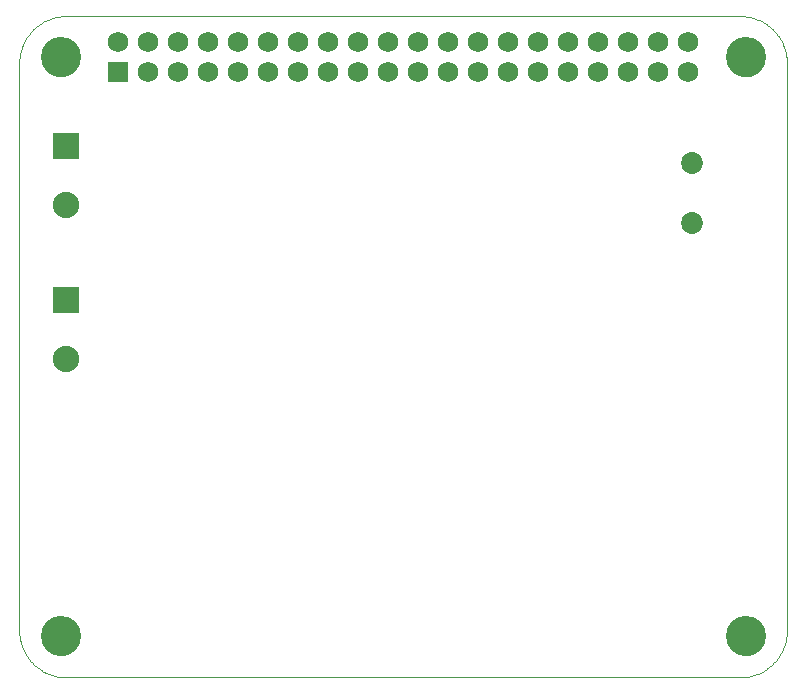
<source format=gbs>
G75*
%MOIN*%
%OFA0B0*%
%FSLAX25Y25*%
%IPPOS*%
%LPD*%
%AMOC8*
5,1,8,0,0,1.08239X$1,22.5*
%
%ADD10C,0.00000*%
%ADD11R,0.08800X0.08800*%
%ADD12C,0.08800*%
%ADD13R,0.06800X0.06800*%
%ADD14C,0.06800*%
%ADD15C,0.13398*%
%ADD16C,0.07300*%
D10*
X0020748Y0005000D02*
X0245157Y0005000D01*
X0240827Y0018780D02*
X0240829Y0018938D01*
X0240835Y0019096D01*
X0240845Y0019254D01*
X0240859Y0019412D01*
X0240877Y0019569D01*
X0240898Y0019726D01*
X0240924Y0019882D01*
X0240954Y0020038D01*
X0240987Y0020193D01*
X0241025Y0020346D01*
X0241066Y0020499D01*
X0241111Y0020651D01*
X0241160Y0020802D01*
X0241213Y0020951D01*
X0241269Y0021099D01*
X0241329Y0021245D01*
X0241393Y0021390D01*
X0241461Y0021533D01*
X0241532Y0021675D01*
X0241606Y0021815D01*
X0241684Y0021952D01*
X0241766Y0022088D01*
X0241850Y0022222D01*
X0241939Y0022353D01*
X0242030Y0022482D01*
X0242125Y0022609D01*
X0242222Y0022734D01*
X0242323Y0022856D01*
X0242427Y0022975D01*
X0242534Y0023092D01*
X0242644Y0023206D01*
X0242757Y0023317D01*
X0242872Y0023426D01*
X0242990Y0023531D01*
X0243111Y0023633D01*
X0243234Y0023733D01*
X0243360Y0023829D01*
X0243488Y0023922D01*
X0243618Y0024012D01*
X0243751Y0024098D01*
X0243886Y0024182D01*
X0244022Y0024261D01*
X0244161Y0024338D01*
X0244302Y0024410D01*
X0244444Y0024480D01*
X0244588Y0024545D01*
X0244734Y0024607D01*
X0244881Y0024665D01*
X0245030Y0024720D01*
X0245180Y0024771D01*
X0245331Y0024818D01*
X0245483Y0024861D01*
X0245636Y0024900D01*
X0245791Y0024936D01*
X0245946Y0024967D01*
X0246102Y0024995D01*
X0246258Y0025019D01*
X0246415Y0025039D01*
X0246573Y0025055D01*
X0246730Y0025067D01*
X0246889Y0025075D01*
X0247047Y0025079D01*
X0247205Y0025079D01*
X0247363Y0025075D01*
X0247522Y0025067D01*
X0247679Y0025055D01*
X0247837Y0025039D01*
X0247994Y0025019D01*
X0248150Y0024995D01*
X0248306Y0024967D01*
X0248461Y0024936D01*
X0248616Y0024900D01*
X0248769Y0024861D01*
X0248921Y0024818D01*
X0249072Y0024771D01*
X0249222Y0024720D01*
X0249371Y0024665D01*
X0249518Y0024607D01*
X0249664Y0024545D01*
X0249808Y0024480D01*
X0249950Y0024410D01*
X0250091Y0024338D01*
X0250230Y0024261D01*
X0250366Y0024182D01*
X0250501Y0024098D01*
X0250634Y0024012D01*
X0250764Y0023922D01*
X0250892Y0023829D01*
X0251018Y0023733D01*
X0251141Y0023633D01*
X0251262Y0023531D01*
X0251380Y0023426D01*
X0251495Y0023317D01*
X0251608Y0023206D01*
X0251718Y0023092D01*
X0251825Y0022975D01*
X0251929Y0022856D01*
X0252030Y0022734D01*
X0252127Y0022609D01*
X0252222Y0022482D01*
X0252313Y0022353D01*
X0252402Y0022222D01*
X0252486Y0022088D01*
X0252568Y0021952D01*
X0252646Y0021815D01*
X0252720Y0021675D01*
X0252791Y0021533D01*
X0252859Y0021390D01*
X0252923Y0021245D01*
X0252983Y0021099D01*
X0253039Y0020951D01*
X0253092Y0020802D01*
X0253141Y0020651D01*
X0253186Y0020499D01*
X0253227Y0020346D01*
X0253265Y0020193D01*
X0253298Y0020038D01*
X0253328Y0019882D01*
X0253354Y0019726D01*
X0253375Y0019569D01*
X0253393Y0019412D01*
X0253407Y0019254D01*
X0253417Y0019096D01*
X0253423Y0018938D01*
X0253425Y0018780D01*
X0253423Y0018622D01*
X0253417Y0018464D01*
X0253407Y0018306D01*
X0253393Y0018148D01*
X0253375Y0017991D01*
X0253354Y0017834D01*
X0253328Y0017678D01*
X0253298Y0017522D01*
X0253265Y0017367D01*
X0253227Y0017214D01*
X0253186Y0017061D01*
X0253141Y0016909D01*
X0253092Y0016758D01*
X0253039Y0016609D01*
X0252983Y0016461D01*
X0252923Y0016315D01*
X0252859Y0016170D01*
X0252791Y0016027D01*
X0252720Y0015885D01*
X0252646Y0015745D01*
X0252568Y0015608D01*
X0252486Y0015472D01*
X0252402Y0015338D01*
X0252313Y0015207D01*
X0252222Y0015078D01*
X0252127Y0014951D01*
X0252030Y0014826D01*
X0251929Y0014704D01*
X0251825Y0014585D01*
X0251718Y0014468D01*
X0251608Y0014354D01*
X0251495Y0014243D01*
X0251380Y0014134D01*
X0251262Y0014029D01*
X0251141Y0013927D01*
X0251018Y0013827D01*
X0250892Y0013731D01*
X0250764Y0013638D01*
X0250634Y0013548D01*
X0250501Y0013462D01*
X0250366Y0013378D01*
X0250230Y0013299D01*
X0250091Y0013222D01*
X0249950Y0013150D01*
X0249808Y0013080D01*
X0249664Y0013015D01*
X0249518Y0012953D01*
X0249371Y0012895D01*
X0249222Y0012840D01*
X0249072Y0012789D01*
X0248921Y0012742D01*
X0248769Y0012699D01*
X0248616Y0012660D01*
X0248461Y0012624D01*
X0248306Y0012593D01*
X0248150Y0012565D01*
X0247994Y0012541D01*
X0247837Y0012521D01*
X0247679Y0012505D01*
X0247522Y0012493D01*
X0247363Y0012485D01*
X0247205Y0012481D01*
X0247047Y0012481D01*
X0246889Y0012485D01*
X0246730Y0012493D01*
X0246573Y0012505D01*
X0246415Y0012521D01*
X0246258Y0012541D01*
X0246102Y0012565D01*
X0245946Y0012593D01*
X0245791Y0012624D01*
X0245636Y0012660D01*
X0245483Y0012699D01*
X0245331Y0012742D01*
X0245180Y0012789D01*
X0245030Y0012840D01*
X0244881Y0012895D01*
X0244734Y0012953D01*
X0244588Y0013015D01*
X0244444Y0013080D01*
X0244302Y0013150D01*
X0244161Y0013222D01*
X0244022Y0013299D01*
X0243886Y0013378D01*
X0243751Y0013462D01*
X0243618Y0013548D01*
X0243488Y0013638D01*
X0243360Y0013731D01*
X0243234Y0013827D01*
X0243111Y0013927D01*
X0242990Y0014029D01*
X0242872Y0014134D01*
X0242757Y0014243D01*
X0242644Y0014354D01*
X0242534Y0014468D01*
X0242427Y0014585D01*
X0242323Y0014704D01*
X0242222Y0014826D01*
X0242125Y0014951D01*
X0242030Y0015078D01*
X0241939Y0015207D01*
X0241850Y0015338D01*
X0241766Y0015472D01*
X0241684Y0015608D01*
X0241606Y0015745D01*
X0241532Y0015885D01*
X0241461Y0016027D01*
X0241393Y0016170D01*
X0241329Y0016315D01*
X0241269Y0016461D01*
X0241213Y0016609D01*
X0241160Y0016758D01*
X0241111Y0016909D01*
X0241066Y0017061D01*
X0241025Y0017214D01*
X0240987Y0017367D01*
X0240954Y0017522D01*
X0240924Y0017678D01*
X0240898Y0017834D01*
X0240877Y0017991D01*
X0240859Y0018148D01*
X0240845Y0018306D01*
X0240835Y0018464D01*
X0240829Y0018622D01*
X0240827Y0018780D01*
X0245157Y0005000D02*
X0245538Y0005005D01*
X0245918Y0005018D01*
X0246298Y0005041D01*
X0246677Y0005074D01*
X0247055Y0005115D01*
X0247432Y0005165D01*
X0247808Y0005225D01*
X0248183Y0005293D01*
X0248555Y0005371D01*
X0248926Y0005458D01*
X0249294Y0005553D01*
X0249660Y0005658D01*
X0250023Y0005771D01*
X0250384Y0005893D01*
X0250741Y0006023D01*
X0251095Y0006163D01*
X0251446Y0006310D01*
X0251793Y0006467D01*
X0252136Y0006631D01*
X0252475Y0006804D01*
X0252810Y0006985D01*
X0253141Y0007174D01*
X0253466Y0007371D01*
X0253787Y0007575D01*
X0254103Y0007788D01*
X0254413Y0008008D01*
X0254719Y0008235D01*
X0255018Y0008470D01*
X0255312Y0008712D01*
X0255600Y0008960D01*
X0255882Y0009216D01*
X0256157Y0009479D01*
X0256426Y0009748D01*
X0256689Y0010023D01*
X0256945Y0010305D01*
X0257193Y0010593D01*
X0257435Y0010887D01*
X0257670Y0011186D01*
X0257897Y0011492D01*
X0258117Y0011802D01*
X0258330Y0012118D01*
X0258534Y0012439D01*
X0258731Y0012764D01*
X0258920Y0013095D01*
X0259101Y0013430D01*
X0259274Y0013769D01*
X0259438Y0014112D01*
X0259595Y0014459D01*
X0259742Y0014810D01*
X0259882Y0015164D01*
X0260012Y0015521D01*
X0260134Y0015882D01*
X0260247Y0016245D01*
X0260352Y0016611D01*
X0260447Y0016979D01*
X0260534Y0017350D01*
X0260612Y0017722D01*
X0260680Y0018097D01*
X0260740Y0018473D01*
X0260790Y0018850D01*
X0260831Y0019228D01*
X0260864Y0019607D01*
X0260887Y0019987D01*
X0260900Y0020367D01*
X0260905Y0020748D01*
X0260906Y0020748D02*
X0260906Y0209724D01*
X0240827Y0211693D02*
X0240829Y0211851D01*
X0240835Y0212009D01*
X0240845Y0212167D01*
X0240859Y0212325D01*
X0240877Y0212482D01*
X0240898Y0212639D01*
X0240924Y0212795D01*
X0240954Y0212951D01*
X0240987Y0213106D01*
X0241025Y0213259D01*
X0241066Y0213412D01*
X0241111Y0213564D01*
X0241160Y0213715D01*
X0241213Y0213864D01*
X0241269Y0214012D01*
X0241329Y0214158D01*
X0241393Y0214303D01*
X0241461Y0214446D01*
X0241532Y0214588D01*
X0241606Y0214728D01*
X0241684Y0214865D01*
X0241766Y0215001D01*
X0241850Y0215135D01*
X0241939Y0215266D01*
X0242030Y0215395D01*
X0242125Y0215522D01*
X0242222Y0215647D01*
X0242323Y0215769D01*
X0242427Y0215888D01*
X0242534Y0216005D01*
X0242644Y0216119D01*
X0242757Y0216230D01*
X0242872Y0216339D01*
X0242990Y0216444D01*
X0243111Y0216546D01*
X0243234Y0216646D01*
X0243360Y0216742D01*
X0243488Y0216835D01*
X0243618Y0216925D01*
X0243751Y0217011D01*
X0243886Y0217095D01*
X0244022Y0217174D01*
X0244161Y0217251D01*
X0244302Y0217323D01*
X0244444Y0217393D01*
X0244588Y0217458D01*
X0244734Y0217520D01*
X0244881Y0217578D01*
X0245030Y0217633D01*
X0245180Y0217684D01*
X0245331Y0217731D01*
X0245483Y0217774D01*
X0245636Y0217813D01*
X0245791Y0217849D01*
X0245946Y0217880D01*
X0246102Y0217908D01*
X0246258Y0217932D01*
X0246415Y0217952D01*
X0246573Y0217968D01*
X0246730Y0217980D01*
X0246889Y0217988D01*
X0247047Y0217992D01*
X0247205Y0217992D01*
X0247363Y0217988D01*
X0247522Y0217980D01*
X0247679Y0217968D01*
X0247837Y0217952D01*
X0247994Y0217932D01*
X0248150Y0217908D01*
X0248306Y0217880D01*
X0248461Y0217849D01*
X0248616Y0217813D01*
X0248769Y0217774D01*
X0248921Y0217731D01*
X0249072Y0217684D01*
X0249222Y0217633D01*
X0249371Y0217578D01*
X0249518Y0217520D01*
X0249664Y0217458D01*
X0249808Y0217393D01*
X0249950Y0217323D01*
X0250091Y0217251D01*
X0250230Y0217174D01*
X0250366Y0217095D01*
X0250501Y0217011D01*
X0250634Y0216925D01*
X0250764Y0216835D01*
X0250892Y0216742D01*
X0251018Y0216646D01*
X0251141Y0216546D01*
X0251262Y0216444D01*
X0251380Y0216339D01*
X0251495Y0216230D01*
X0251608Y0216119D01*
X0251718Y0216005D01*
X0251825Y0215888D01*
X0251929Y0215769D01*
X0252030Y0215647D01*
X0252127Y0215522D01*
X0252222Y0215395D01*
X0252313Y0215266D01*
X0252402Y0215135D01*
X0252486Y0215001D01*
X0252568Y0214865D01*
X0252646Y0214728D01*
X0252720Y0214588D01*
X0252791Y0214446D01*
X0252859Y0214303D01*
X0252923Y0214158D01*
X0252983Y0214012D01*
X0253039Y0213864D01*
X0253092Y0213715D01*
X0253141Y0213564D01*
X0253186Y0213412D01*
X0253227Y0213259D01*
X0253265Y0213106D01*
X0253298Y0212951D01*
X0253328Y0212795D01*
X0253354Y0212639D01*
X0253375Y0212482D01*
X0253393Y0212325D01*
X0253407Y0212167D01*
X0253417Y0212009D01*
X0253423Y0211851D01*
X0253425Y0211693D01*
X0253423Y0211535D01*
X0253417Y0211377D01*
X0253407Y0211219D01*
X0253393Y0211061D01*
X0253375Y0210904D01*
X0253354Y0210747D01*
X0253328Y0210591D01*
X0253298Y0210435D01*
X0253265Y0210280D01*
X0253227Y0210127D01*
X0253186Y0209974D01*
X0253141Y0209822D01*
X0253092Y0209671D01*
X0253039Y0209522D01*
X0252983Y0209374D01*
X0252923Y0209228D01*
X0252859Y0209083D01*
X0252791Y0208940D01*
X0252720Y0208798D01*
X0252646Y0208658D01*
X0252568Y0208521D01*
X0252486Y0208385D01*
X0252402Y0208251D01*
X0252313Y0208120D01*
X0252222Y0207991D01*
X0252127Y0207864D01*
X0252030Y0207739D01*
X0251929Y0207617D01*
X0251825Y0207498D01*
X0251718Y0207381D01*
X0251608Y0207267D01*
X0251495Y0207156D01*
X0251380Y0207047D01*
X0251262Y0206942D01*
X0251141Y0206840D01*
X0251018Y0206740D01*
X0250892Y0206644D01*
X0250764Y0206551D01*
X0250634Y0206461D01*
X0250501Y0206375D01*
X0250366Y0206291D01*
X0250230Y0206212D01*
X0250091Y0206135D01*
X0249950Y0206063D01*
X0249808Y0205993D01*
X0249664Y0205928D01*
X0249518Y0205866D01*
X0249371Y0205808D01*
X0249222Y0205753D01*
X0249072Y0205702D01*
X0248921Y0205655D01*
X0248769Y0205612D01*
X0248616Y0205573D01*
X0248461Y0205537D01*
X0248306Y0205506D01*
X0248150Y0205478D01*
X0247994Y0205454D01*
X0247837Y0205434D01*
X0247679Y0205418D01*
X0247522Y0205406D01*
X0247363Y0205398D01*
X0247205Y0205394D01*
X0247047Y0205394D01*
X0246889Y0205398D01*
X0246730Y0205406D01*
X0246573Y0205418D01*
X0246415Y0205434D01*
X0246258Y0205454D01*
X0246102Y0205478D01*
X0245946Y0205506D01*
X0245791Y0205537D01*
X0245636Y0205573D01*
X0245483Y0205612D01*
X0245331Y0205655D01*
X0245180Y0205702D01*
X0245030Y0205753D01*
X0244881Y0205808D01*
X0244734Y0205866D01*
X0244588Y0205928D01*
X0244444Y0205993D01*
X0244302Y0206063D01*
X0244161Y0206135D01*
X0244022Y0206212D01*
X0243886Y0206291D01*
X0243751Y0206375D01*
X0243618Y0206461D01*
X0243488Y0206551D01*
X0243360Y0206644D01*
X0243234Y0206740D01*
X0243111Y0206840D01*
X0242990Y0206942D01*
X0242872Y0207047D01*
X0242757Y0207156D01*
X0242644Y0207267D01*
X0242534Y0207381D01*
X0242427Y0207498D01*
X0242323Y0207617D01*
X0242222Y0207739D01*
X0242125Y0207864D01*
X0242030Y0207991D01*
X0241939Y0208120D01*
X0241850Y0208251D01*
X0241766Y0208385D01*
X0241684Y0208521D01*
X0241606Y0208658D01*
X0241532Y0208798D01*
X0241461Y0208940D01*
X0241393Y0209083D01*
X0241329Y0209228D01*
X0241269Y0209374D01*
X0241213Y0209522D01*
X0241160Y0209671D01*
X0241111Y0209822D01*
X0241066Y0209974D01*
X0241025Y0210127D01*
X0240987Y0210280D01*
X0240954Y0210435D01*
X0240924Y0210591D01*
X0240898Y0210747D01*
X0240877Y0210904D01*
X0240859Y0211061D01*
X0240845Y0211219D01*
X0240835Y0211377D01*
X0240829Y0211535D01*
X0240827Y0211693D01*
X0245157Y0225472D02*
X0245538Y0225467D01*
X0245918Y0225454D01*
X0246298Y0225431D01*
X0246677Y0225398D01*
X0247055Y0225357D01*
X0247432Y0225307D01*
X0247808Y0225247D01*
X0248183Y0225179D01*
X0248555Y0225101D01*
X0248926Y0225014D01*
X0249294Y0224919D01*
X0249660Y0224814D01*
X0250023Y0224701D01*
X0250384Y0224579D01*
X0250741Y0224449D01*
X0251095Y0224309D01*
X0251446Y0224162D01*
X0251793Y0224005D01*
X0252136Y0223841D01*
X0252475Y0223668D01*
X0252810Y0223487D01*
X0253141Y0223298D01*
X0253466Y0223101D01*
X0253787Y0222897D01*
X0254103Y0222684D01*
X0254413Y0222464D01*
X0254719Y0222237D01*
X0255018Y0222002D01*
X0255312Y0221760D01*
X0255600Y0221512D01*
X0255882Y0221256D01*
X0256157Y0220993D01*
X0256426Y0220724D01*
X0256689Y0220449D01*
X0256945Y0220167D01*
X0257193Y0219879D01*
X0257435Y0219585D01*
X0257670Y0219286D01*
X0257897Y0218980D01*
X0258117Y0218670D01*
X0258330Y0218354D01*
X0258534Y0218033D01*
X0258731Y0217708D01*
X0258920Y0217377D01*
X0259101Y0217042D01*
X0259274Y0216703D01*
X0259438Y0216360D01*
X0259595Y0216013D01*
X0259742Y0215662D01*
X0259882Y0215308D01*
X0260012Y0214951D01*
X0260134Y0214590D01*
X0260247Y0214227D01*
X0260352Y0213861D01*
X0260447Y0213493D01*
X0260534Y0213122D01*
X0260612Y0212750D01*
X0260680Y0212375D01*
X0260740Y0211999D01*
X0260790Y0211622D01*
X0260831Y0211244D01*
X0260864Y0210865D01*
X0260887Y0210485D01*
X0260900Y0210105D01*
X0260905Y0209724D01*
X0245157Y0225472D02*
X0020748Y0225472D01*
X0012481Y0211693D02*
X0012483Y0211851D01*
X0012489Y0212009D01*
X0012499Y0212167D01*
X0012513Y0212325D01*
X0012531Y0212482D01*
X0012552Y0212639D01*
X0012578Y0212795D01*
X0012608Y0212951D01*
X0012641Y0213106D01*
X0012679Y0213259D01*
X0012720Y0213412D01*
X0012765Y0213564D01*
X0012814Y0213715D01*
X0012867Y0213864D01*
X0012923Y0214012D01*
X0012983Y0214158D01*
X0013047Y0214303D01*
X0013115Y0214446D01*
X0013186Y0214588D01*
X0013260Y0214728D01*
X0013338Y0214865D01*
X0013420Y0215001D01*
X0013504Y0215135D01*
X0013593Y0215266D01*
X0013684Y0215395D01*
X0013779Y0215522D01*
X0013876Y0215647D01*
X0013977Y0215769D01*
X0014081Y0215888D01*
X0014188Y0216005D01*
X0014298Y0216119D01*
X0014411Y0216230D01*
X0014526Y0216339D01*
X0014644Y0216444D01*
X0014765Y0216546D01*
X0014888Y0216646D01*
X0015014Y0216742D01*
X0015142Y0216835D01*
X0015272Y0216925D01*
X0015405Y0217011D01*
X0015540Y0217095D01*
X0015676Y0217174D01*
X0015815Y0217251D01*
X0015956Y0217323D01*
X0016098Y0217393D01*
X0016242Y0217458D01*
X0016388Y0217520D01*
X0016535Y0217578D01*
X0016684Y0217633D01*
X0016834Y0217684D01*
X0016985Y0217731D01*
X0017137Y0217774D01*
X0017290Y0217813D01*
X0017445Y0217849D01*
X0017600Y0217880D01*
X0017756Y0217908D01*
X0017912Y0217932D01*
X0018069Y0217952D01*
X0018227Y0217968D01*
X0018384Y0217980D01*
X0018543Y0217988D01*
X0018701Y0217992D01*
X0018859Y0217992D01*
X0019017Y0217988D01*
X0019176Y0217980D01*
X0019333Y0217968D01*
X0019491Y0217952D01*
X0019648Y0217932D01*
X0019804Y0217908D01*
X0019960Y0217880D01*
X0020115Y0217849D01*
X0020270Y0217813D01*
X0020423Y0217774D01*
X0020575Y0217731D01*
X0020726Y0217684D01*
X0020876Y0217633D01*
X0021025Y0217578D01*
X0021172Y0217520D01*
X0021318Y0217458D01*
X0021462Y0217393D01*
X0021604Y0217323D01*
X0021745Y0217251D01*
X0021884Y0217174D01*
X0022020Y0217095D01*
X0022155Y0217011D01*
X0022288Y0216925D01*
X0022418Y0216835D01*
X0022546Y0216742D01*
X0022672Y0216646D01*
X0022795Y0216546D01*
X0022916Y0216444D01*
X0023034Y0216339D01*
X0023149Y0216230D01*
X0023262Y0216119D01*
X0023372Y0216005D01*
X0023479Y0215888D01*
X0023583Y0215769D01*
X0023684Y0215647D01*
X0023781Y0215522D01*
X0023876Y0215395D01*
X0023967Y0215266D01*
X0024056Y0215135D01*
X0024140Y0215001D01*
X0024222Y0214865D01*
X0024300Y0214728D01*
X0024374Y0214588D01*
X0024445Y0214446D01*
X0024513Y0214303D01*
X0024577Y0214158D01*
X0024637Y0214012D01*
X0024693Y0213864D01*
X0024746Y0213715D01*
X0024795Y0213564D01*
X0024840Y0213412D01*
X0024881Y0213259D01*
X0024919Y0213106D01*
X0024952Y0212951D01*
X0024982Y0212795D01*
X0025008Y0212639D01*
X0025029Y0212482D01*
X0025047Y0212325D01*
X0025061Y0212167D01*
X0025071Y0212009D01*
X0025077Y0211851D01*
X0025079Y0211693D01*
X0025077Y0211535D01*
X0025071Y0211377D01*
X0025061Y0211219D01*
X0025047Y0211061D01*
X0025029Y0210904D01*
X0025008Y0210747D01*
X0024982Y0210591D01*
X0024952Y0210435D01*
X0024919Y0210280D01*
X0024881Y0210127D01*
X0024840Y0209974D01*
X0024795Y0209822D01*
X0024746Y0209671D01*
X0024693Y0209522D01*
X0024637Y0209374D01*
X0024577Y0209228D01*
X0024513Y0209083D01*
X0024445Y0208940D01*
X0024374Y0208798D01*
X0024300Y0208658D01*
X0024222Y0208521D01*
X0024140Y0208385D01*
X0024056Y0208251D01*
X0023967Y0208120D01*
X0023876Y0207991D01*
X0023781Y0207864D01*
X0023684Y0207739D01*
X0023583Y0207617D01*
X0023479Y0207498D01*
X0023372Y0207381D01*
X0023262Y0207267D01*
X0023149Y0207156D01*
X0023034Y0207047D01*
X0022916Y0206942D01*
X0022795Y0206840D01*
X0022672Y0206740D01*
X0022546Y0206644D01*
X0022418Y0206551D01*
X0022288Y0206461D01*
X0022155Y0206375D01*
X0022020Y0206291D01*
X0021884Y0206212D01*
X0021745Y0206135D01*
X0021604Y0206063D01*
X0021462Y0205993D01*
X0021318Y0205928D01*
X0021172Y0205866D01*
X0021025Y0205808D01*
X0020876Y0205753D01*
X0020726Y0205702D01*
X0020575Y0205655D01*
X0020423Y0205612D01*
X0020270Y0205573D01*
X0020115Y0205537D01*
X0019960Y0205506D01*
X0019804Y0205478D01*
X0019648Y0205454D01*
X0019491Y0205434D01*
X0019333Y0205418D01*
X0019176Y0205406D01*
X0019017Y0205398D01*
X0018859Y0205394D01*
X0018701Y0205394D01*
X0018543Y0205398D01*
X0018384Y0205406D01*
X0018227Y0205418D01*
X0018069Y0205434D01*
X0017912Y0205454D01*
X0017756Y0205478D01*
X0017600Y0205506D01*
X0017445Y0205537D01*
X0017290Y0205573D01*
X0017137Y0205612D01*
X0016985Y0205655D01*
X0016834Y0205702D01*
X0016684Y0205753D01*
X0016535Y0205808D01*
X0016388Y0205866D01*
X0016242Y0205928D01*
X0016098Y0205993D01*
X0015956Y0206063D01*
X0015815Y0206135D01*
X0015676Y0206212D01*
X0015540Y0206291D01*
X0015405Y0206375D01*
X0015272Y0206461D01*
X0015142Y0206551D01*
X0015014Y0206644D01*
X0014888Y0206740D01*
X0014765Y0206840D01*
X0014644Y0206942D01*
X0014526Y0207047D01*
X0014411Y0207156D01*
X0014298Y0207267D01*
X0014188Y0207381D01*
X0014081Y0207498D01*
X0013977Y0207617D01*
X0013876Y0207739D01*
X0013779Y0207864D01*
X0013684Y0207991D01*
X0013593Y0208120D01*
X0013504Y0208251D01*
X0013420Y0208385D01*
X0013338Y0208521D01*
X0013260Y0208658D01*
X0013186Y0208798D01*
X0013115Y0208940D01*
X0013047Y0209083D01*
X0012983Y0209228D01*
X0012923Y0209374D01*
X0012867Y0209522D01*
X0012814Y0209671D01*
X0012765Y0209822D01*
X0012720Y0209974D01*
X0012679Y0210127D01*
X0012641Y0210280D01*
X0012608Y0210435D01*
X0012578Y0210591D01*
X0012552Y0210747D01*
X0012531Y0210904D01*
X0012513Y0211061D01*
X0012499Y0211219D01*
X0012489Y0211377D01*
X0012483Y0211535D01*
X0012481Y0211693D01*
X0005000Y0209724D02*
X0005000Y0020748D01*
X0012481Y0018780D02*
X0012483Y0018938D01*
X0012489Y0019096D01*
X0012499Y0019254D01*
X0012513Y0019412D01*
X0012531Y0019569D01*
X0012552Y0019726D01*
X0012578Y0019882D01*
X0012608Y0020038D01*
X0012641Y0020193D01*
X0012679Y0020346D01*
X0012720Y0020499D01*
X0012765Y0020651D01*
X0012814Y0020802D01*
X0012867Y0020951D01*
X0012923Y0021099D01*
X0012983Y0021245D01*
X0013047Y0021390D01*
X0013115Y0021533D01*
X0013186Y0021675D01*
X0013260Y0021815D01*
X0013338Y0021952D01*
X0013420Y0022088D01*
X0013504Y0022222D01*
X0013593Y0022353D01*
X0013684Y0022482D01*
X0013779Y0022609D01*
X0013876Y0022734D01*
X0013977Y0022856D01*
X0014081Y0022975D01*
X0014188Y0023092D01*
X0014298Y0023206D01*
X0014411Y0023317D01*
X0014526Y0023426D01*
X0014644Y0023531D01*
X0014765Y0023633D01*
X0014888Y0023733D01*
X0015014Y0023829D01*
X0015142Y0023922D01*
X0015272Y0024012D01*
X0015405Y0024098D01*
X0015540Y0024182D01*
X0015676Y0024261D01*
X0015815Y0024338D01*
X0015956Y0024410D01*
X0016098Y0024480D01*
X0016242Y0024545D01*
X0016388Y0024607D01*
X0016535Y0024665D01*
X0016684Y0024720D01*
X0016834Y0024771D01*
X0016985Y0024818D01*
X0017137Y0024861D01*
X0017290Y0024900D01*
X0017445Y0024936D01*
X0017600Y0024967D01*
X0017756Y0024995D01*
X0017912Y0025019D01*
X0018069Y0025039D01*
X0018227Y0025055D01*
X0018384Y0025067D01*
X0018543Y0025075D01*
X0018701Y0025079D01*
X0018859Y0025079D01*
X0019017Y0025075D01*
X0019176Y0025067D01*
X0019333Y0025055D01*
X0019491Y0025039D01*
X0019648Y0025019D01*
X0019804Y0024995D01*
X0019960Y0024967D01*
X0020115Y0024936D01*
X0020270Y0024900D01*
X0020423Y0024861D01*
X0020575Y0024818D01*
X0020726Y0024771D01*
X0020876Y0024720D01*
X0021025Y0024665D01*
X0021172Y0024607D01*
X0021318Y0024545D01*
X0021462Y0024480D01*
X0021604Y0024410D01*
X0021745Y0024338D01*
X0021884Y0024261D01*
X0022020Y0024182D01*
X0022155Y0024098D01*
X0022288Y0024012D01*
X0022418Y0023922D01*
X0022546Y0023829D01*
X0022672Y0023733D01*
X0022795Y0023633D01*
X0022916Y0023531D01*
X0023034Y0023426D01*
X0023149Y0023317D01*
X0023262Y0023206D01*
X0023372Y0023092D01*
X0023479Y0022975D01*
X0023583Y0022856D01*
X0023684Y0022734D01*
X0023781Y0022609D01*
X0023876Y0022482D01*
X0023967Y0022353D01*
X0024056Y0022222D01*
X0024140Y0022088D01*
X0024222Y0021952D01*
X0024300Y0021815D01*
X0024374Y0021675D01*
X0024445Y0021533D01*
X0024513Y0021390D01*
X0024577Y0021245D01*
X0024637Y0021099D01*
X0024693Y0020951D01*
X0024746Y0020802D01*
X0024795Y0020651D01*
X0024840Y0020499D01*
X0024881Y0020346D01*
X0024919Y0020193D01*
X0024952Y0020038D01*
X0024982Y0019882D01*
X0025008Y0019726D01*
X0025029Y0019569D01*
X0025047Y0019412D01*
X0025061Y0019254D01*
X0025071Y0019096D01*
X0025077Y0018938D01*
X0025079Y0018780D01*
X0025077Y0018622D01*
X0025071Y0018464D01*
X0025061Y0018306D01*
X0025047Y0018148D01*
X0025029Y0017991D01*
X0025008Y0017834D01*
X0024982Y0017678D01*
X0024952Y0017522D01*
X0024919Y0017367D01*
X0024881Y0017214D01*
X0024840Y0017061D01*
X0024795Y0016909D01*
X0024746Y0016758D01*
X0024693Y0016609D01*
X0024637Y0016461D01*
X0024577Y0016315D01*
X0024513Y0016170D01*
X0024445Y0016027D01*
X0024374Y0015885D01*
X0024300Y0015745D01*
X0024222Y0015608D01*
X0024140Y0015472D01*
X0024056Y0015338D01*
X0023967Y0015207D01*
X0023876Y0015078D01*
X0023781Y0014951D01*
X0023684Y0014826D01*
X0023583Y0014704D01*
X0023479Y0014585D01*
X0023372Y0014468D01*
X0023262Y0014354D01*
X0023149Y0014243D01*
X0023034Y0014134D01*
X0022916Y0014029D01*
X0022795Y0013927D01*
X0022672Y0013827D01*
X0022546Y0013731D01*
X0022418Y0013638D01*
X0022288Y0013548D01*
X0022155Y0013462D01*
X0022020Y0013378D01*
X0021884Y0013299D01*
X0021745Y0013222D01*
X0021604Y0013150D01*
X0021462Y0013080D01*
X0021318Y0013015D01*
X0021172Y0012953D01*
X0021025Y0012895D01*
X0020876Y0012840D01*
X0020726Y0012789D01*
X0020575Y0012742D01*
X0020423Y0012699D01*
X0020270Y0012660D01*
X0020115Y0012624D01*
X0019960Y0012593D01*
X0019804Y0012565D01*
X0019648Y0012541D01*
X0019491Y0012521D01*
X0019333Y0012505D01*
X0019176Y0012493D01*
X0019017Y0012485D01*
X0018859Y0012481D01*
X0018701Y0012481D01*
X0018543Y0012485D01*
X0018384Y0012493D01*
X0018227Y0012505D01*
X0018069Y0012521D01*
X0017912Y0012541D01*
X0017756Y0012565D01*
X0017600Y0012593D01*
X0017445Y0012624D01*
X0017290Y0012660D01*
X0017137Y0012699D01*
X0016985Y0012742D01*
X0016834Y0012789D01*
X0016684Y0012840D01*
X0016535Y0012895D01*
X0016388Y0012953D01*
X0016242Y0013015D01*
X0016098Y0013080D01*
X0015956Y0013150D01*
X0015815Y0013222D01*
X0015676Y0013299D01*
X0015540Y0013378D01*
X0015405Y0013462D01*
X0015272Y0013548D01*
X0015142Y0013638D01*
X0015014Y0013731D01*
X0014888Y0013827D01*
X0014765Y0013927D01*
X0014644Y0014029D01*
X0014526Y0014134D01*
X0014411Y0014243D01*
X0014298Y0014354D01*
X0014188Y0014468D01*
X0014081Y0014585D01*
X0013977Y0014704D01*
X0013876Y0014826D01*
X0013779Y0014951D01*
X0013684Y0015078D01*
X0013593Y0015207D01*
X0013504Y0015338D01*
X0013420Y0015472D01*
X0013338Y0015608D01*
X0013260Y0015745D01*
X0013186Y0015885D01*
X0013115Y0016027D01*
X0013047Y0016170D01*
X0012983Y0016315D01*
X0012923Y0016461D01*
X0012867Y0016609D01*
X0012814Y0016758D01*
X0012765Y0016909D01*
X0012720Y0017061D01*
X0012679Y0017214D01*
X0012641Y0017367D01*
X0012608Y0017522D01*
X0012578Y0017678D01*
X0012552Y0017834D01*
X0012531Y0017991D01*
X0012513Y0018148D01*
X0012499Y0018306D01*
X0012489Y0018464D01*
X0012483Y0018622D01*
X0012481Y0018780D01*
X0005000Y0020748D02*
X0005005Y0020367D01*
X0005018Y0019987D01*
X0005041Y0019607D01*
X0005074Y0019228D01*
X0005115Y0018850D01*
X0005165Y0018473D01*
X0005225Y0018097D01*
X0005293Y0017722D01*
X0005371Y0017350D01*
X0005458Y0016979D01*
X0005553Y0016611D01*
X0005658Y0016245D01*
X0005771Y0015882D01*
X0005893Y0015521D01*
X0006023Y0015164D01*
X0006163Y0014810D01*
X0006310Y0014459D01*
X0006467Y0014112D01*
X0006631Y0013769D01*
X0006804Y0013430D01*
X0006985Y0013095D01*
X0007174Y0012764D01*
X0007371Y0012439D01*
X0007575Y0012118D01*
X0007788Y0011802D01*
X0008008Y0011492D01*
X0008235Y0011186D01*
X0008470Y0010887D01*
X0008712Y0010593D01*
X0008960Y0010305D01*
X0009216Y0010023D01*
X0009479Y0009748D01*
X0009748Y0009479D01*
X0010023Y0009216D01*
X0010305Y0008960D01*
X0010593Y0008712D01*
X0010887Y0008470D01*
X0011186Y0008235D01*
X0011492Y0008008D01*
X0011802Y0007788D01*
X0012118Y0007575D01*
X0012439Y0007371D01*
X0012764Y0007174D01*
X0013095Y0006985D01*
X0013430Y0006804D01*
X0013769Y0006631D01*
X0014112Y0006467D01*
X0014459Y0006310D01*
X0014810Y0006163D01*
X0015164Y0006023D01*
X0015521Y0005893D01*
X0015882Y0005771D01*
X0016245Y0005658D01*
X0016611Y0005553D01*
X0016979Y0005458D01*
X0017350Y0005371D01*
X0017722Y0005293D01*
X0018097Y0005225D01*
X0018473Y0005165D01*
X0018850Y0005115D01*
X0019228Y0005074D01*
X0019607Y0005041D01*
X0019987Y0005018D01*
X0020367Y0005005D01*
X0020748Y0005000D01*
X0005000Y0209724D02*
X0005005Y0210105D01*
X0005018Y0210485D01*
X0005041Y0210865D01*
X0005074Y0211244D01*
X0005115Y0211622D01*
X0005165Y0211999D01*
X0005225Y0212375D01*
X0005293Y0212750D01*
X0005371Y0213122D01*
X0005458Y0213493D01*
X0005553Y0213861D01*
X0005658Y0214227D01*
X0005771Y0214590D01*
X0005893Y0214951D01*
X0006023Y0215308D01*
X0006163Y0215662D01*
X0006310Y0216013D01*
X0006467Y0216360D01*
X0006631Y0216703D01*
X0006804Y0217042D01*
X0006985Y0217377D01*
X0007174Y0217708D01*
X0007371Y0218033D01*
X0007575Y0218354D01*
X0007788Y0218670D01*
X0008008Y0218980D01*
X0008235Y0219286D01*
X0008470Y0219585D01*
X0008712Y0219879D01*
X0008960Y0220167D01*
X0009216Y0220449D01*
X0009479Y0220724D01*
X0009748Y0220993D01*
X0010023Y0221256D01*
X0010305Y0221512D01*
X0010593Y0221760D01*
X0010887Y0222002D01*
X0011186Y0222237D01*
X0011492Y0222464D01*
X0011802Y0222684D01*
X0012118Y0222897D01*
X0012439Y0223101D01*
X0012764Y0223298D01*
X0013095Y0223487D01*
X0013430Y0223668D01*
X0013769Y0223841D01*
X0014112Y0224005D01*
X0014459Y0224162D01*
X0014810Y0224309D01*
X0015164Y0224449D01*
X0015521Y0224579D01*
X0015882Y0224701D01*
X0016245Y0224814D01*
X0016611Y0224919D01*
X0016979Y0225014D01*
X0017350Y0225101D01*
X0017722Y0225179D01*
X0018097Y0225247D01*
X0018473Y0225307D01*
X0018850Y0225357D01*
X0019228Y0225398D01*
X0019607Y0225431D01*
X0019987Y0225454D01*
X0020367Y0225467D01*
X0020748Y0225472D01*
D11*
X0020748Y0182165D03*
X0020748Y0130984D03*
D12*
X0020748Y0111299D03*
X0020748Y0162480D03*
D13*
X0037953Y0206693D03*
D14*
X0047900Y0206700D03*
X0057900Y0206700D03*
X0067900Y0206700D03*
X0077900Y0206700D03*
X0087900Y0206700D03*
X0097900Y0206700D03*
X0107900Y0206700D03*
X0117900Y0206700D03*
X0127900Y0206700D03*
X0137900Y0206700D03*
X0147900Y0206700D03*
X0157900Y0206700D03*
X0167900Y0206700D03*
X0177900Y0206700D03*
X0187900Y0206700D03*
X0197900Y0206700D03*
X0207900Y0206700D03*
X0217900Y0206700D03*
X0227900Y0206700D03*
X0227900Y0216700D03*
X0217900Y0216700D03*
X0207900Y0216700D03*
X0197900Y0216700D03*
X0187900Y0216700D03*
X0177900Y0216700D03*
X0167900Y0216700D03*
X0157900Y0216700D03*
X0147900Y0216700D03*
X0137900Y0216700D03*
X0127900Y0216700D03*
X0117900Y0216700D03*
X0107900Y0216700D03*
X0097900Y0216700D03*
X0087900Y0216700D03*
X0077900Y0216700D03*
X0067900Y0216700D03*
X0057900Y0216700D03*
X0047900Y0216700D03*
X0037900Y0216700D03*
D15*
X0018780Y0211693D03*
X0018780Y0018780D03*
X0247126Y0018780D03*
X0247126Y0211693D03*
D16*
X0229409Y0176417D03*
X0229409Y0156417D03*
M02*

</source>
